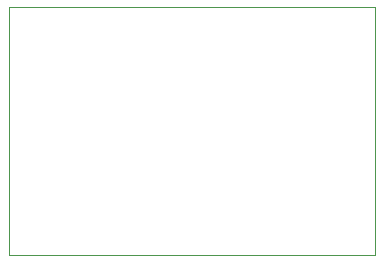
<source format=gbr>
%TF.GenerationSoftware,Altium Limited,Altium Designer,23.5.1 (21)*%
G04 Layer_Color=0*
%FSLAX45Y45*%
%MOMM*%
%TF.SameCoordinates,4F0F0AB4-5C0D-4210-9CCF-4C3744BDD4F0*%
%TF.FilePolarity,Positive*%
%TF.FileFunction,Profile,NP*%
%TF.Part,Single*%
G01*
G75*
%TA.AperFunction,Profile*%
%ADD31C,0.02540*%
D31*
X14500000Y2600000D02*
Y4700000D01*
X17600000D01*
Y2600000D01*
X14500000D01*
%TF.MD5,baa40e7be77ae72a4ef8b978436094ae*%
M02*

</source>
